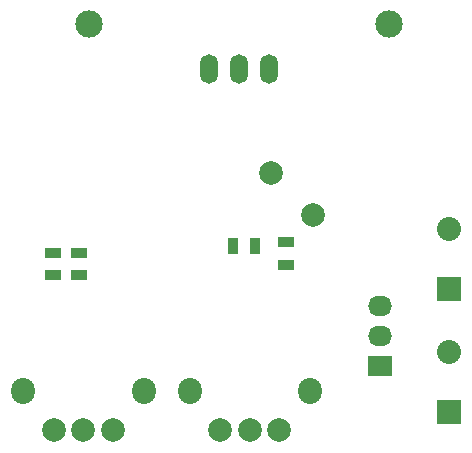
<source format=gbs>
G04 #@! TF.FileFunction,Soldermask,Bot*
%FSLAX46Y46*%
G04 Gerber Fmt 4.6, Leading zero omitted, Abs format (unit mm)*
G04 Created by KiCad (PCBNEW 0.201503020946+5465~21~ubuntu14.04.1-product) date Wed 04 Mar 2015 21:34:39 CET*
%MOMM*%
G01*
G04 APERTURE LIST*
%ADD10C,0.100000*%
%ADD11R,1.397000X0.889000*%
%ADD12R,0.889000X1.397000*%
%ADD13O,1.501140X2.499360*%
%ADD14C,2.311400*%
%ADD15R,2.032000X2.032000*%
%ADD16O,2.032000X2.032000*%
%ADD17R,2.032000X1.727200*%
%ADD18O,2.032000X1.727200*%
%ADD19C,1.998980*%
%ADD20C,2.000000*%
%ADD21O,2.000000X2.200000*%
G04 APERTURE END LIST*
D10*
D11*
X101092000Y-73977500D03*
X101092000Y-75882500D03*
X120777000Y-74993500D03*
X120777000Y-73088500D03*
D12*
X116268500Y-73406000D03*
X118173500Y-73406000D03*
D13*
X116840000Y-58420000D03*
X114300000Y-58420000D03*
X119380000Y-58420000D03*
D11*
X103251000Y-73977500D03*
X103251000Y-75882500D03*
D14*
X104140000Y-54610000D03*
X129540000Y-54610000D03*
D15*
X134620000Y-87439500D03*
D16*
X134620000Y-82359500D03*
D15*
X134620000Y-77025500D03*
D16*
X134620000Y-71945500D03*
D17*
X128714500Y-83566000D03*
D18*
X128714500Y-81026000D03*
X128714500Y-78486000D03*
D19*
X119517686Y-67257186D03*
X123054110Y-70793610D03*
D20*
X120229000Y-89027000D03*
X117729000Y-89027000D03*
X115229000Y-89027000D03*
D21*
X122829000Y-85727000D03*
X112629000Y-85727000D03*
D20*
X106132000Y-89027000D03*
X103632000Y-89027000D03*
X101132000Y-89027000D03*
D21*
X108732000Y-85727000D03*
X98532000Y-85727000D03*
M02*

</source>
